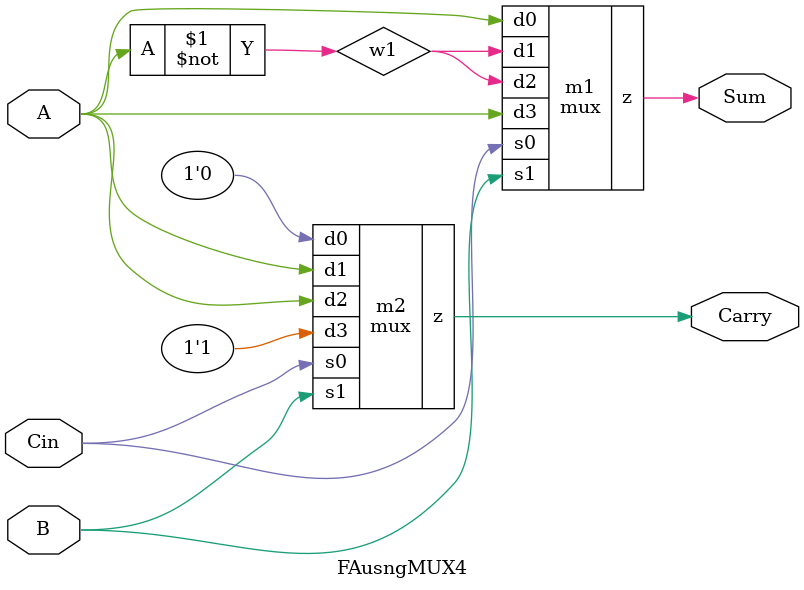
<source format=v>
`timescale 1ns / 1ps
module mux(z,d0,d1,d2,d3,s0,s1);
input d0,d1,d2,d3,s0,s1;
output z;
reg z;
always @(d0 or d1 or d2 or d3 or s0 or s1)
 begin
 case({s0,s1})
 2'b00: z<=d0;
 2'b01: z<=d1;
 2'b10: z<=d2;
 2'b11: z<=d3;
 endcase
 end
 endmodule

module FAusngMUX4(A, B, Cin, Sum, Carry);
    input A;
    input B;
    input Cin;
    output Sum;
    output Carry;
	wire  w1;
	 assign w1=~A;
	mux m1(Sum,A,w1,w1,A,Cin,B);
	mux m2(Carry,0,A,A,1,Cin,B);
	
endmodule

</source>
